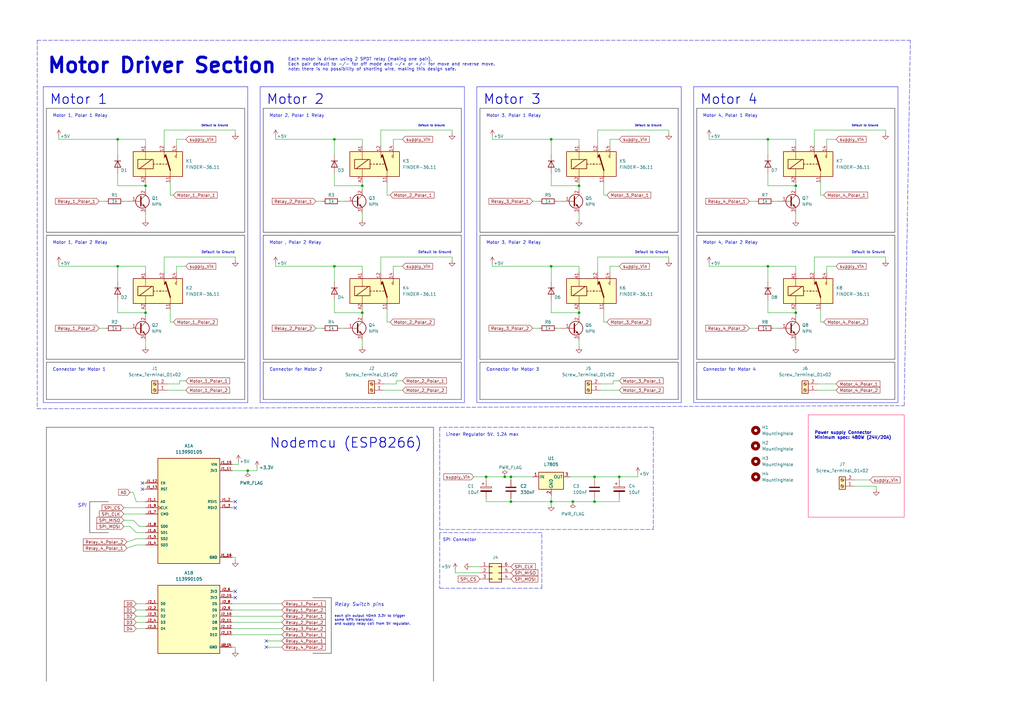
<source format=kicad_sch>
(kicad_sch (version 20211123) (generator eeschema)
  (paper "A3")
  (title_block (title "Linak Controller Board") (date "2023-07-08") (company "Farzam Khodajoo"))
  (junction (at 199.39 195.58))
  (junction (at 314.96 109.22))
  (junction (at 314.96 57.15))
  (junction (at 326.39 76.2))
  (junction (at 59.69 76.2))
  (junction (at 237.49 128.27))
  (junction (at 243.84 205.74))
  (junction (at 207.01 195.58))
  (junction (at 148.59 76.2))
  (junction (at 243.84 195.58))
  (junction (at 234.95 205.74))
  (junction (at 226.06 109.22))
  (junction (at 48.26 57.15))
  (junction (at 101.6 193.04))
  (junction (at 226.06 205.74))
  (junction (at 326.39 128.27))
  (junction (at 237.49 76.2))
  (junction (at 137.16 57.15))
  (junction (at 226.06 57.15))
  (junction (at 209.55 195.58))
  (junction (at 48.26 109.22))
  (junction (at 148.59 128.27))
  (junction (at 254 195.58))
  (junction (at 137.16 109.22))
  (junction (at 209.55 205.74))
  (junction (at 59.69 128.27))
  (no_connect (at 96.52 242.57))
  (no_connect (at 96.52 245.11))
  (no_connect (at 58.42 198.12))
  (no_connect (at 58.42 200.66))
  (no_connect (at 96.52 208.28))
  (no_connect (at 96.52 205.74))
  (no_connect (at 109.22 262.89))
  (no_connect (at 109.22 265.43))
  (wire (pts (xy 237.49 57.15) (xy 237.49 59.69)))
  (wire (pts (xy 55.88 252.73) (xy 59.69 252.73)))
  (polyline (pts (xy 367.03 96.52) (xy 367.03 147.32)) (stroke (width 0) (type solid) (color 0 0 0 0.5)))
  (wire (pts (xy 290.83 107.95) (xy 290.83 109.22)))
  (wire (pts (xy 139.7 82.55) (xy 140.97 82.55)))
  (wire (pts (xy 201.93 55.88) (xy 201.93 57.15)))
  (wire (pts (xy 105.41 193.04) (xy 101.6 193.04)))
  (polyline (pts (xy 15.24 16.51) (xy 373.38 16.51)))
  (polyline (pts (xy 180.34 241.3) (xy 222.25 241.3)))
  (wire (pts (xy 156.21 53.34) (xy 156.21 59.69)))
  (polyline (pts (xy 189.23 96.52) (xy 189.23 147.32)) (stroke (width 0) (type solid) (color 0 0 0 0.5)))
  (wire (pts (xy 339.09 111.76) (xy 339.09 109.22)))
  (wire (pts (xy 161.29 59.69) (xy 161.29 57.15)))
  (wire (pts (xy 350.52 199.39) (xy 359.41 199.39)))
  (polyline (pts (xy 44.45 205.74) (xy 36.83 205.74)) (stroke (width 0) (type solid) (color 0 0 0 1)))
  (wire (pts (xy 274.32 53.34) (xy 245.11 53.34)))
  (wire (pts (xy 115.57 247.65) (xy 95.25 247.65)))
  (polyline (pts (xy 106.68 35.56) (xy 190.5 35.56)) (stroke (width 0) (type solid)))
  (wire (pts (xy 251.46 156.21) (xy 254 156.21)))
  (wire (pts (xy 158.75 80.01) (xy 158.75 74.93)))
  (wire (pts (xy 69.85 80.01) (xy 69.85 74.93)))
  (polyline (pts (xy 278.13 148.59) (xy 196.85 148.59)) (stroke (width 0) (type solid) (color 0 0 0 0.5)))
  (wire (pts (xy 48.26 115.57) (xy 48.26 109.22)))
  (wire (pts (xy 59.69 76.2) (xy 59.69 77.47)))
  (polyline (pts (xy 135.89 245.11) (xy 128.27 245.11)) (stroke (width 0) (type solid) (color 0 0 0 1)))
  (wire (pts (xy 40.64 82.55) (xy 43.18 82.55)))
  (wire (pts (xy 113.03 55.88) (xy 113.03 57.15)))
  (wire (pts (xy 109.22 265.43) (xy 115.57 265.43)))
  (wire (pts (xy 335.28 160.02) (xy 342.9 160.02)))
  (wire (pts (xy 334.01 53.34) (xy 334.01 59.69)))
  (wire (pts (xy 50.8 208.28) (xy 59.69 208.28)))
  (wire (pts (xy 339.09 59.69) (xy 339.09 57.15)))
  (wire (pts (xy 290.83 55.88) (xy 290.83 57.15)))
  (wire (pts (xy 314.96 57.15) (xy 326.39 57.15)))
  (wire (pts (xy 317.5 82.55) (xy 318.77 82.55)))
  (wire (pts (xy 237.49 74.93) (xy 237.49 76.2)))
  (polyline (pts (xy 107.95 148.59) (xy 107.95 163.83)) (stroke (width 0) (type solid) (color 0 0 0 0.5)))
  (wire (pts (xy 251.46 157.48) (xy 251.46 156.21)))
  (polyline (pts (xy 189.23 163.83) (xy 107.95 163.83)) (stroke (width 0) (type solid) (color 0 0 0 0.5)))
  (wire (pts (xy 113.03 109.22) (xy 137.16 109.22)))
  (wire (pts (xy 226.06 205.74) (xy 234.95 205.74)))
  (wire (pts (xy 237.49 128.27) (xy 237.49 129.54)))
  (wire (pts (xy 250.19 109.22) (xy 254 109.22)))
  (wire (pts (xy 96.52 265.43) (xy 95.25 265.43)))
  (wire (pts (xy 148.59 142.24) (xy 148.59 139.7)))
  (wire (pts (xy 58.42 198.12) (xy 59.69 198.12)))
  (polyline (pts (xy 36.83 205.74) (xy 36.83 218.44)) (stroke (width 0) (type solid) (color 0 0 0 1)))
  (wire (pts (xy 363.22 53.34) (xy 334.01 53.34)))
  (polyline (pts (xy 100.33 148.59) (xy 19.05 148.59)) (stroke (width 0) (type solid) (color 0 0 0 0.5)))
  (wire (pts (xy 339.09 57.15) (xy 342.9 57.15)))
  (wire (pts (xy 326.39 128.27) (xy 326.39 129.54)))
  (polyline (pts (xy 128.27 267.97) (xy 135.89 267.97)) (stroke (width 0) (type solid) (color 0 0 0 1)))
  (wire (pts (xy 137.16 123.19) (xy 137.16 128.27)))
  (wire (pts (xy 254 205.74) (xy 254 204.47)))
  (polyline (pts (xy 285.75 44.45) (xy 285.75 95.25)) (stroke (width 0) (type solid) (color 0 0 0 0.5)))
  (wire (pts (xy 226.06 76.2) (xy 237.49 76.2)))
  (wire (pts (xy 59.69 128.27) (xy 59.69 129.54)))
  (wire (pts (xy 48.26 76.2) (xy 59.69 76.2)))
  (polyline (pts (xy 19.05 44.45) (xy 100.33 44.45)) (stroke (width 0) (type solid) (color 0 0 0 0.5019607843)))
  (wire (pts (xy 158.75 132.08) (xy 158.75 127)))
  (wire (pts (xy 59.69 127) (xy 59.69 128.27)))
  (wire (pts (xy 226.06 128.27) (xy 237.49 128.27)))
  (polyline (pts (xy 285.75 44.45) (xy 367.03 44.45)) (stroke (width 0) (type solid) (color 0 0 0 0.5019607843)))
  (polyline (pts (xy 189.23 148.59) (xy 107.95 148.59)) (stroke (width 0) (type solid) (color 0 0 0 0.5)))
  (wire (pts (xy 137.16 109.22) (xy 148.59 109.22)))
  (polyline (pts (xy 370.84 166.37) (xy 373.38 16.51)))
  (polyline (pts (xy 278.13 147.32) (xy 196.85 147.32)) (stroke (width 0) (type solid) (color 0 0 0 0.5)))
  (wire (pts (xy 237.49 90.17) (xy 237.49 87.63)))
  (wire (pts (xy 24.13 57.15) (xy 48.26 57.15)))
  (wire (pts (xy 209.55 196.85) (xy 209.55 195.58)))
  (wire (pts (xy 48.26 128.27) (xy 59.69 128.27)))
  (wire (pts (xy 50.8 134.62) (xy 52.07 134.62)))
  (wire (pts (xy 243.84 205.74) (xy 254 205.74)))
  (wire (pts (xy 97.79 190.5) (xy 95.25 190.5)))
  (wire (pts (xy 307.34 134.62) (xy 309.88 134.62)))
  (polyline (pts (xy 367.03 44.45) (xy 367.03 95.25)) (stroke (width 0) (type solid) (color 0 0 0 0.5)))
  (wire (pts (xy 161.29 109.22) (xy 165.1 109.22)))
  (polyline (pts (xy 17.78 165.1) (xy 17.78 35.56)) (stroke (width 0) (type solid)))
  (polyline (pts (xy 19.05 44.45) (xy 19.05 95.25)) (stroke (width 0) (type solid) (color 0 0 0 0.5)))
  (wire (pts (xy 250.19 57.15) (xy 254 57.15)))
  (wire (pts (xy 105.41 191.77) (xy 105.41 193.04)))
  (wire (pts (xy 24.13 107.95) (xy 24.13 109.22)))
  (wire (pts (xy 201.93 109.22) (xy 226.06 109.22)))
  (wire (pts (xy 50.8 210.82) (xy 59.69 210.82)))
  (wire (pts (xy 246.38 160.02) (xy 254 160.02)))
  (wire (pts (xy 69.85 132.08) (xy 69.85 127)))
  (polyline (pts (xy 19.05 96.52) (xy 100.33 96.52)) (stroke (width 0) (type solid) (color 0 0 0 0.5019607843)))
  (wire (pts (xy 185.42 106.68) (xy 185.42 105.41)))
  (wire (pts (xy 209.55 204.47) (xy 209.55 205.74)))
  (polyline (pts (xy 222.25 218.44) (xy 180.34 218.44)))
  (wire (pts (xy 53.34 201.93) (xy 54.61 201.93)))
  (wire (pts (xy 96.52 105.41) (xy 67.31 105.41)))
  (wire (pts (xy 96.52 205.74) (xy 95.25 205.74)))
  (wire (pts (xy 247.65 132.08) (xy 247.65 127)))
  (wire (pts (xy 129.54 134.62) (xy 132.08 134.62)))
  (wire (pts (xy 40.64 134.62) (xy 43.18 134.62)))
  (polyline (pts (xy 278.13 163.83) (xy 196.85 163.83)) (stroke (width 0) (type solid) (color 0 0 0 0.5)))
  (wire (pts (xy 68.58 157.48) (xy 73.66 157.48)))
  (wire (pts (xy 186.69 233.68) (xy 186.69 234.95)))
  (polyline (pts (xy 100.33 163.83) (xy 19.05 163.83)) (stroke (width 0) (type solid) (color 0 0 0 0.5)))
  (polyline (pts (xy 189.23 44.45) (xy 189.23 95.25)) (stroke (width 0) (type solid) (color 0 0 0 0.5)))
  (wire (pts (xy 185.42 53.34) (xy 156.21 53.34)))
  (wire (pts (xy 226.06 205.74) (xy 226.06 203.2)))
  (wire (pts (xy 48.26 71.12) (xy 48.26 76.2)))
  (polyline (pts (xy 222.25 241.3) (xy 222.25 218.44)))
  (polyline (pts (xy 367.03 148.59) (xy 367.03 163.83)) (stroke (width 0) (type solid) (color 0 0 0 0.5)))
  (wire (pts (xy 58.42 200.66) (xy 59.69 200.66)))
  (wire (pts (xy 148.59 74.93) (xy 148.59 76.2)))
  (wire (pts (xy 226.06 115.57) (xy 226.06 109.22)))
  (wire (pts (xy 129.54 82.55) (xy 132.08 82.55)))
  (wire (pts (xy 336.55 132.08) (xy 336.55 127)))
  (wire (pts (xy 55.88 205.74) (xy 59.69 205.74)))
  (polyline (pts (xy 285.75 96.52) (xy 285.75 147.32)) (stroke (width 0) (type solid) (color 0 0 0 0.5)))
  (wire (pts (xy 55.88 250.19) (xy 59.69 250.19)))
  (wire (pts (xy 226.06 109.22) (xy 237.49 109.22)))
  (polyline (pts (xy 177.8 279.4) (xy 177.8 175.26)) (stroke (width 0) (type solid) (color 0 0 0 0.5)))
  (wire (pts (xy 186.69 234.95) (xy 196.85 234.95)))
  (wire (pts (xy 148.59 57.15) (xy 148.59 59.69)))
  (wire (pts (xy 218.44 134.62) (xy 220.98 134.62)))
  (wire (pts (xy 96.52 54.61) (xy 96.52 53.34)))
  (wire (pts (xy 148.59 127) (xy 148.59 128.27)))
  (wire (pts (xy 68.58 160.02) (xy 76.2 160.02)))
  (wire (pts (xy 55.88 218.44) (xy 59.69 218.44)))
  (wire (pts (xy 243.84 204.47) (xy 243.84 205.74)))
  (wire (pts (xy 243.84 195.58) (xy 254 195.58)))
  (wire (pts (xy 247.65 80.01) (xy 247.65 74.93)))
  (polyline (pts (xy 279.4 35.56) (xy 279.4 165.1)) (stroke (width 0) (type solid)))
  (polyline (pts (xy 100.33 148.59) (xy 100.33 163.83)) (stroke (width 0) (type solid) (color 0 0 0 0.5)))
  (wire (pts (xy 314.96 71.12) (xy 314.96 76.2)))
  (wire (pts (xy 96.52 242.57) (xy 95.25 242.57)))
  (wire (pts (xy 59.69 57.15) (xy 59.69 59.69)))
  (wire (pts (xy 335.28 157.48) (xy 342.9 157.48)))
  (polyline (pts (xy 195.58 165.1) (xy 195.58 35.56)) (stroke (width 0) (type solid)))
  (wire (pts (xy 109.22 262.89) (xy 115.57 262.89)))
  (polyline (pts (xy 331.47 212.09) (xy 370.84 212.09)) (stroke (width 0) (type solid) (color 255 0 65 1)))
  (wire (pts (xy 194.31 195.58) (xy 199.39 195.58)))
  (polyline (pts (xy 370.84 170.18) (xy 331.47 170.18)) (stroke (width 0) (type solid) (color 255 0 65 1)))
  (wire (pts (xy 137.16 71.12) (xy 137.16 76.2)))
  (polyline (pts (xy 189.23 95.25) (xy 107.95 95.25)) (stroke (width 0) (type solid) (color 0 0 0 0.5)))
  (wire (pts (xy 96.52 228.6) (xy 95.25 228.6)))
  (wire (pts (xy 50.8 215.9) (xy 53.34 215.9)))
  (wire (pts (xy 96.52 208.28) (xy 95.25 208.28)))
  (polyline (pts (xy 278.13 148.59) (xy 278.13 163.83)) (stroke (width 0) (type solid) (color 0 0 0 0.5)))
  (wire (pts (xy 326.39 142.24) (xy 326.39 139.7)))
  (polyline (pts (xy 278.13 96.52) (xy 278.13 147.32)) (stroke (width 0) (type solid) (color 0 0 0 0.5)))
  (wire (pts (xy 72.39 111.76) (xy 72.39 109.22)))
  (wire (pts (xy 290.83 57.15) (xy 314.96 57.15)))
  (polyline (pts (xy 367.03 147.32) (xy 285.75 147.32)) (stroke (width 0) (type solid) (color 0 0 0 0.5)))
  (wire (pts (xy 226.06 207.01) (xy 226.06 205.74)))
  (polyline (pts (xy 15.24 167.64) (xy 370.84 166.37)))
  (wire (pts (xy 209.55 195.58) (xy 218.44 195.58)))
  (polyline (pts (xy 107.95 44.45) (xy 189.23 44.45)) (stroke (width 0) (type solid) (color 0 0 0 0.5019607843)))
  (wire (pts (xy 326.39 90.17) (xy 326.39 87.63)))
  (wire (pts (xy 115.57 260.35) (xy 95.25 260.35)))
  (wire (pts (xy 337.82 80.01) (xy 336.55 80.01)))
  (wire (pts (xy 199.39 195.58) (xy 207.01 195.58)))
  (polyline (pts (xy 278.13 44.45) (xy 278.13 95.25)) (stroke (width 0) (type solid) (color 0 0 0 0.5)))
  (wire (pts (xy 185.42 105.41) (xy 156.21 105.41)))
  (wire (pts (xy 226.06 205.74) (xy 209.55 205.74)))
  (wire (pts (xy 226.06 63.5) (xy 226.06 57.15)))
  (polyline (pts (xy 331.47 212.09) (xy 331.47 170.18)) (stroke (width 0) (type solid) (color 255 0 65 1)))
  (wire (pts (xy 237.49 127) (xy 237.49 128.27)))
  (wire (pts (xy 228.6 82.55) (xy 229.87 82.55)))
  (wire (pts (xy 59.69 142.24) (xy 59.69 139.7)))
  (wire (pts (xy 55.88 257.81) (xy 59.69 257.81)))
  (wire (pts (xy 67.31 53.34) (xy 67.31 59.69)))
  (wire (pts (xy 54.61 201.93) (xy 55.88 205.74)))
  (wire (pts (xy 160.02 80.01) (xy 158.75 80.01)))
  (wire (pts (xy 53.34 215.9) (xy 55.88 218.44)))
  (polyline (pts (xy 285.75 148.59) (xy 285.75 163.83)) (stroke (width 0) (type solid) (color 0 0 0 0.5)))
  (polyline (pts (xy 106.68 165.1) (xy 190.5 165.1)) (stroke (width 0) (type solid)))
  (wire (pts (xy 148.59 76.2) (xy 148.59 77.47)))
  (polyline (pts (xy 267.97 217.17) (xy 267.97 175.26)))
  (polyline (pts (xy 100.33 147.32) (xy 19.05 147.32)) (stroke (width 0) (type solid) (color 0 0 0 0.5)))
  (wire (pts (xy 101.6 193.04) (xy 95.25 193.04)))
  (wire (pts (xy 201.93 107.95) (xy 201.93 109.22)))
  (wire (pts (xy 245.11 53.34) (xy 245.11 59.69)))
  (wire (pts (xy 326.39 74.93) (xy 326.39 76.2)))
  (polyline (pts (xy 180.34 217.17) (xy 267.97 217.17)))
  (wire (pts (xy 363.22 105.41) (xy 334.01 105.41)))
  (wire (pts (xy 314.96 128.27) (xy 326.39 128.27)))
  (wire (pts (xy 326.39 127) (xy 326.39 128.27)))
  (wire (pts (xy 234.95 205.74) (xy 243.84 205.74)))
  (wire (pts (xy 115.57 250.19) (xy 95.25 250.19)))
  (wire (pts (xy 137.16 57.15) (xy 148.59 57.15)))
  (wire (pts (xy 250.19 59.69) (xy 250.19 57.15)))
  (wire (pts (xy 96.52 245.11) (xy 95.25 245.11)))
  (wire (pts (xy 317.5 134.62) (xy 318.77 134.62)))
  (polyline (pts (xy 195.58 165.1) (xy 279.4 165.1)) (stroke (width 0) (type solid)))
  (polyline (pts (xy 135.89 245.11) (xy 135.89 267.97)) (stroke (width 0) (type solid) (color 0 0 0 1)))
  (wire (pts (xy 160.02 132.08) (xy 158.75 132.08)))
  (polyline (pts (xy 367.03 148.59) (xy 285.75 148.59)) (stroke (width 0) (type solid) (color 0 0 0 0.5)))
  (wire (pts (xy 334.01 105.41) (xy 334.01 111.76)))
  (wire (pts (xy 72.39 59.69) (xy 72.39 57.15)))
  (wire (pts (xy 148.59 90.17) (xy 148.59 87.63)))
  (wire (pts (xy 254 196.85) (xy 254 195.58)))
  (polyline (pts (xy 107.95 44.45) (xy 107.95 95.25)) (stroke (width 0) (type solid) (color 0 0 0 0.5)))
  (wire (pts (xy 199.39 205.74) (xy 199.39 204.47)))
  (polyline (pts (xy 15.24 16.51) (xy 15.24 167.64)))
  (wire (pts (xy 290.83 109.22) (xy 314.96 109.22)))
  (polyline (pts (xy 180.34 175.26) (xy 180.34 217.17)))
  (polyline (pts (xy 368.3 35.56) (xy 368.3 165.1)) (stroke (width 0) (type solid)))
  (wire (pts (xy 157.48 157.48) (xy 162.56 157.48)))
  (wire (pts (xy 72.39 57.15) (xy 76.2 57.15)))
  (polyline (pts (xy 180.34 218.44) (xy 180.34 219.71)))
  (wire (pts (xy 139.7 134.62) (xy 140.97 134.62)))
  (wire (pts (xy 243.84 195.58) (xy 243.84 196.85)))
  (wire (pts (xy 59.69 247.65) (xy 55.88 247.65)))
  (wire (pts (xy 218.44 82.55) (xy 220.98 82.55)))
  (polyline (pts (xy 370.84 212.09) (xy 370.84 170.18)) (stroke (width 0) (type solid) (color 255 0 65 1)))
  (polyline (pts (xy 189.23 148.59) (xy 189.23 163.83)) (stroke (width 0) (type solid) (color 0 0 0 0.5)))
  (wire (pts (xy 113.03 57.15) (xy 137.16 57.15)))
  (polyline (pts (xy 285.75 96.52) (xy 367.03 96.52)) (stroke (width 0) (type solid) (color 0 0 0 0.5019607843)))
  (wire (pts (xy 137.16 128.27) (xy 148.59 128.27)))
  (wire (pts (xy 57.15 215.9) (xy 59.69 215.9)))
  (wire (pts (xy 359.41 200.66) (xy 359.41 199.39)))
  (wire (pts (xy 48.26 123.19) (xy 48.26 128.27)))
  (wire (pts (xy 209.55 205.74) (xy 199.39 205.74)))
  (wire (pts (xy 148.59 128.27) (xy 148.59 129.54)))
  (wire (pts (xy 97.79 189.23) (xy 97.79 190.5)))
  (wire (pts (xy 356.87 196.85) (xy 350.52 196.85)))
  (polyline (pts (xy 196.85 96.52) (xy 196.85 147.32)) (stroke (width 0) (type solid) (color 0 0 0 0.5)))
  (wire (pts (xy 96.52 53.34) (xy 67.31 53.34)))
  (wire (pts (xy 226.06 57.15) (xy 237.49 57.15)))
  (wire (pts (xy 52.07 222.25) (xy 55.88 220.98)))
  (polyline (pts (xy 278.13 95.25) (xy 196.85 95.25)) (stroke (width 0) (type solid) (color 0 0 0 0.5)))
  (wire (pts (xy 59.69 109.22) (xy 59.69 111.76)))
  (wire (pts (xy 156.21 105.41) (xy 156.21 111.76)))
  (wire (pts (xy 193.04 232.41) (xy 196.85 232.41)))
  (polyline (pts (xy 196.85 44.45) (xy 196.85 95.25)) (stroke (width 0) (type solid) (color 0 0 0 0.5)))
  (polyline (pts (xy 284.48 165.1) (xy 284.48 35.56)) (stroke (width 0) (type solid)))
  (wire (pts (xy 226.06 123.19) (xy 226.06 128.27)))
  (wire (pts (xy 274.32 105.41) (xy 245.11 105.41)))
  (polyline (pts (xy 367.03 163.83) (xy 285.75 163.83)) (stroke (width 0) (type solid) (color 0 0 0 0.5)))
  (polyline (pts (xy 19.05 148.59) (xy 19.05 163.83)) (stroke (width 0) (type solid) (color 0 0 0 0.5)))
  (polyline (pts (xy 17.78 165.1) (xy 101.6 165.1)) (stroke (width 0) (type solid)))
  (wire (pts (xy 55.88 223.52) (xy 59.69 223.52)))
  (wire (pts (xy 326.39 76.2) (xy 326.39 77.47)))
  (wire (pts (xy 248.92 132.08) (xy 247.65 132.08)))
  (wire (pts (xy 339.09 109.22) (xy 342.9 109.22)))
  (polyline (pts (xy 196.85 148.59) (xy 196.85 163.83)) (stroke (width 0) (type solid) (color 0 0 0 0.5)))
  (wire (pts (xy 50.8 213.36) (xy 54.61 213.36)))
  (wire (pts (xy 228.6 134.62) (xy 229.87 134.62)))
  (wire (pts (xy 115.57 255.27) (xy 95.25 255.27)))
  (wire (pts (xy 162.56 156.21) (xy 165.1 156.21)))
  (polyline (pts (xy 107.95 96.52) (xy 189.23 96.52)) (stroke (width 0) (type solid) (color 0 0 0 0.5019607843)))
  (polyline (pts (xy 101.6 35.56) (xy 101.6 165.1)) (stroke (width 0) (type solid)))
  (wire (pts (xy 248.92 80.01) (xy 247.65 80.01)))
  (polyline (pts (xy 195.58 35.56) (xy 279.4 35.56)) (stroke (width 0) (type solid)))
  (polyline (pts (xy 190.5 35.56) (xy 190.5 165.1)) (stroke (width 0) (type solid)))
  (wire (pts (xy 71.12 80.01) (xy 69.85 80.01)))
  (polyline (pts (xy 196.85 96.52) (xy 278.13 96.52)) (stroke (width 0) (type solid) (color 0 0 0 0.5019607843)))
  (wire (pts (xy 137.16 63.5) (xy 137.16 57.15)))
  (polyline (pts (xy 100.33 95.25) (xy 19.05 95.25)) (stroke (width 0) (type solid) (color 0 0 0 0.5)))
  (wire (pts (xy 336.55 80.01) (xy 336.55 74.93)))
  (wire (pts (xy 274.32 54.61) (xy 274.32 53.34)))
  (wire (pts (xy 314.96 76.2) (xy 326.39 76.2)))
  (wire (pts (xy 96.52 106.68) (xy 96.52 105.41)))
  (wire (pts (xy 67.31 105.41) (xy 67.31 111.76)))
  (wire (pts (xy 314.96 109.22) (xy 326.39 109.22)))
  (wire (pts (xy 48.26 57.15) (xy 59.69 57.15)))
  (wire (pts (xy 72.39 109.22) (xy 76.2 109.22)))
  (wire (pts (xy 237.49 142.24) (xy 237.49 139.7)))
  (polyline (pts (xy 44.45 218.44) (xy 36.83 218.44)) (stroke (width 0) (type solid) (color 0 0 0 1)))
  (polyline (pts (xy 100.33 96.52) (xy 100.33 147.32)) (stroke (width 0) (type solid) (color 0 0 0 0.5)))
  (wire (pts (xy 54.61 213.36) (xy 57.15 215.9)))
  (wire (pts (xy 245.11 105.41) (xy 245.11 111.76)))
  (wire (pts (xy 326.39 109.22) (xy 326.39 111.76)))
  (polyline (pts (xy 180.34 219.71) (xy 180.34 241.3)))
  (wire (pts (xy 161.29 57.15) (xy 165.1 57.15)))
  (wire (pts (xy 55.88 220.98) (xy 59.69 220.98)))
  (wire (pts (xy 326.39 57.15) (xy 326.39 59.69)))
  (wire (pts (xy 363.22 106.68) (xy 363.22 105.41)))
  (wire (pts (xy 314.96 63.5) (xy 314.96 57.15)))
  (wire (pts (xy 115.57 257.81) (xy 95.25 257.81)))
  (wire (pts (xy 148.59 109.22) (xy 148.59 111.76)))
  (wire (pts (xy 59.69 90.17) (xy 59.69 87.63)))
  (polyline (pts (xy 267.97 175.26) (xy 180.34 175.26)))
  (wire (pts (xy 237.49 109.22) (xy 237.49 111.76)))
  (wire (pts (xy 59.69 74.93) (xy 59.69 76.2)))
  (wire (pts (xy 73.66 156.21) (xy 76.2 156.21)))
  (wire (pts (xy 55.88 255.27) (xy 59.69 255.27)))
  (wire (pts (xy 24.13 55.88) (xy 24.13 57.15)))
  (wire (pts (xy 71.12 132.08) (xy 69.85 132.08)))
  (polyline (pts (xy 19.05 96.52) (xy 19.05 147.32)) (stroke (width 0) (type solid) (color 0 0 0 0.5)))
  (wire (pts (xy 250.19 111.76) (xy 250.19 109.22)))
  (wire (pts (xy 73.66 157.48) (xy 73.66 156.21)))
  (wire (pts (xy 157.48 160.02) (xy 165.1 160.02)))
  (polyline (pts (xy 367.03 95.25) (xy 285.75 95.25)) (stroke (width 0) (type solid) (color 0 0 0 0.5)))
  (polyline (pts (xy 177.8 175.26) (xy 19.05 175.26)) (stroke (width 0) (type solid) (color 0 0 0 0.5)))
  (wire (pts (xy 96.52 266.7) (xy 96.52 265.43)))
  (wire (pts (xy 113.03 107.95) (xy 113.03 109.22)))
  (wire (pts (xy 314.96 115.57) (xy 314.96 109.22)))
  (wire (pts (xy 96.52 229.87) (xy 96.52 228.6)))
  (polyline (pts (xy 107.95 96.52) (xy 107.95 147.32)) (stroke (width 0) (type solid) (color 0 0 0 0.5)))
  (wire (pts (xy 307.34 82.55) (xy 309.88 82.55)))
  (wire (pts (xy 226.06 71.12) (xy 226.06 76.2)))
  (wire (pts (xy 207.01 195.58) (xy 209.55 195.58)))
  (polyline (pts (xy 106.68 165.1) (xy 106.68 35.56)) (stroke (width 0) (type solid)))
  (wire (pts (xy 52.07 224.79) (xy 55.88 223.52)))
  (polyline (pts (xy 196.85 44.45) (xy 278.13 44.45)) (stroke (width 0) (type solid) (color 0 0 0 0.5019607843)))
  (polyline (pts (xy 17.78 35.56) (xy 101.6 35.56)) (stroke (width 0) (type solid)))
  (wire (pts (xy 201.93 57.15) (xy 226.06 57.15)))
  (wire (pts (xy 233.68 195.58) (xy 243.84 195.58)))
  (wire (pts (xy 137.16 115.57) (xy 137.16 109.22)))
  (polyline (pts (xy 284.48 165.1) (xy 368.3 165.1)) (stroke (width 0) (type solid)))
  (polyline (pts (xy 19.05 175.26) (xy 19.05 279.4)) (stroke (width 0) (type solid) (color 0 0 0 0.5)))
  (wire (pts (xy 237.49 76.2) (xy 237.49 77.47)))
  (wire (pts (xy 261.62 194.31) (xy 261.62 195.58)))
  (wire (pts (xy 337.82 132.08) (xy 336.55 132.08)))
  (wire (pts (xy 161.29 111.76) (xy 161.29 109.22)))
  (wire (pts (xy 246.38 157.48) (xy 251.46 157.48)))
  (wire (pts (xy 363.22 54.61) (xy 363.22 53.34)))
  (wire (pts (xy 48.26 63.5) (xy 48.26 57.15)))
  (polyline (pts (xy 189.23 147.32) (xy 107.95 147.32)) (stroke (width 0) (type solid) (color 0 0 0 0.5)))
  (wire (pts (xy 314.96 123.19) (xy 314.96 128.27)))
  (wire (pts (xy 137.16 76.2) (xy 148.59 76.2)))
  (wire (pts (xy 50.8 82.55) (xy 52.07 82.55)))
  (wire (pts (xy 48.26 109.22) (xy 59.69 109.22)))
  (wire (pts (xy 274.32 106.68) (xy 274.32 105.41)))
  (wire (pts (xy 185.42 54.61) (xy 185.42 53.34)))
  (polyline (pts (xy 100.33 44.45) (xy 100.33 95.25)) (stroke (width 0) (type solid) (color 0 0 0 0.5)))
  (polyline (pts (xy 284.48 35.56) (xy 368.3 35.56)) (stroke (width 0) (type solid)))
  (wire (pts (xy 254 195.58) (xy 261.62 195.58)))
  (wire (pts (xy 199.39 195.58) (xy 199.39 196.85)))
  (wire (pts (xy 162.56 157.48) (xy 162.56 156.21)))
  (wire (pts (xy 24.13 109.22) (xy 48.26 109.22)))
  (wire (pts (xy 115.57 252.73) (xy 95.25 252.73)))
  (text "Motor 3, Polar 1 Relay\n" (at 199.39 48.26 0) (effects (font (size 1.27 1.27)) (justify left bottom)))
  (text "Motor 3\n" (at 198.12 43.18 0) (effects (font (size 4 4) (thickness 0.34) bold) (justify left bottom)))
  (text "Connector for Motor 1\n" (at 21.59 152.4 0) (effects (font (size 1.27 1.27)) (justify left bottom)))
  (text "Motor 1\n" (at 20.32 43.18 0) (effects (font (size 4 4) (thickness 0.34) bold) (justify left bottom)))
  (text "Motor 1, Polar 1 Relay\n" (at 21.59 48.26 0) (effects (font (size 1.27 1.27)) (justify left bottom)))
  (text "Each motor is driven using 2 SPDT relay (making one pair),\nEach pair default to -/- for off mode and -/+ or +/- for move and reverse move.\nnote: there is no possibility of shorting wire, making this design safe." (at 118.11 29.21 0) (effects (font (size 1.27 1.27)) (justify left bottom)))
  (text "Relay Switch pins" (at 137.16 248.92 0) (effects (font (size 1.5 1.5) italic) (justify left bottom)))
  (text "SPI Connector\n" (at 181.61 222.25 0) (effects (font (size 1.27 1.27)) (justify left bottom)))
  (text "Motor , Polar 2 Relay\n" (at 110.49 100.33 0) (effects (font (size 1.27 1.27)) (justify left bottom)))
  (text "Motor Driver Section" (at 19.05 30.48 0) (effects (font (size 6 6) (thickness 1.2) bold) (justify left bottom)))
  (text "Default to Ground\n" (at 171.45 52.07 0) (effects (font (size 0.8 0.8)) (justify left bottom)))
  (text "Motor 2, Polar 1 Relay\n" (at 110.49 48.26 0) (effects (font (size 1.27 1.27)) (justify left bottom)))
  (text "Connector for Motor 4\n" (at 288.29 152.4 0) (effects (font (size 1.27 1.27)) (justify left bottom)))
  (text "Motor 4\n" (at 287.02 43.18 0) (effects (font (size 4 4) (thickness 0.34) bold) (justify left bottom)))
  (text "Nodemcu (ESP8266)" (at 110.49 184.15 0) (effects (font (size 4 4) (thickness 0.34) bold) (justify left bottom)))
  (text "Default to Ground\n" (at 82.55 52.07 0) (effects (font (size 0.8 0.8)) (justify left bottom)))
  (text "Connector for Motor 2\n" (at 110.49 152.4 0) (effects (font (size 1.27 1.27)) (justify left bottom)))
  (text "SPI\n" (at 31.75 208.28 0) (effects (font (size 1.5 1.5) italic) (justify left bottom)))
  (text "Default to Ground\n" (at 349.25 104.14 0) (effects (font (size 1 1)) (justify left bottom)))
  (text "Motor 1, Polar 2 Relay\n" (at 21.59 100.33 0) (effects (font (size 1.27 1.27)) (justify left bottom)))
  (text "Default to Ground\n" (at 349.25 52.07 0) (effects (font (size 0.8 0.8)) (justify left bottom)))
  (text "Default to Ground\n" (at 260.35 104.14 0) (effects (font (size 1 1)) (justify left bottom)))
  (text "Connector for Motor 3\n" (at 199.39 152.4 0) (effects (font (size 1.27 1.27)) (justify left bottom)))
  (text "Motor 4, Polar 1 Relay\n" (at 288.29 48.26 0) (effects (font (size 1.27 1.27)) (justify left bottom)))
  (text "Motor 3, Polar 2 Relay\n" (at 199.39 100.33 0) (effects (font (size 1.27 1.27)) (justify left bottom)))
  (text "Default to Ground\n" (at 82.55 104.14 0) (effects (font (size 1 1)) (justify left bottom)))
  (text "Power supply Connector\nMinimum spec: 480W (24V/20A)" (at 334.01 180.34 0) (effects (font (size 1.27 1.27) bold) (justify left bottom)))
  (text "Default to Ground\n" (at 171.45 104.14 0) (effects (font (size 1 1)) (justify left bottom)))
  (text "Linear Regulator 5V, 1.2A max\n" (at 182.88 179.07 0) (effects (font (size 1.27 1.27)) (justify left bottom)))
  (text "Motor 4, Polar 2 Relay\n" (at 288.29 100.33 0) (effects (font (size 1.27 1.27)) (justify left bottom)))
  (text "each pin output 40mA 3.3V to trigger\nsome NPN transistor,\nand supply relay coil from 5V regulator." (at 137.16 256.54 0) (effects (font (size 1 1)) (justify left bottom)))
  (text "Default to Ground\n" (at 260.35 52.07 0) (effects (font (size 0.8 0.8)) (justify left bottom)))
  (text "Motor 2\n" (at 109.22 43.18 0) (effects (font (size 4 4) (thickness 0.34) bold) (justify left bottom)))
  (global_label "Motor_2_Polar_1" (shape input) (at 165.1 156.21 0) (property "Intersheet References" "${INTERSHEET_REFS}" (effects hide)))
  (global_label "Relay_4_Polar_1" (shape input) (at 115.57 262.89 0) (property "Intersheet References" "${INTERSHEET_REFS}" (effects hide)))
  (global_label "Relay_3_Polar_1" (shape input) (at 115.57 260.35 0) (property "Intersheet References" "${INTERSHEET_REFS}" (effects hide)))
  (global_label "supply_Vin" (shape input) (at 165.1 57.15 0) (property "Intersheet References" "${INTERSHEET_REFS}" (effects hide)))
  (global_label "supply_Vin" (shape input) (at 254 57.15 0) (property "Intersheet References" "${INTERSHEET_REFS}" (effects hide)))
  (global_label "Motor_1_Polar_1" (shape input) (at 71.12 80.01 0) (property "Intersheet References" "${INTERSHEET_REFS}" (effects hide)))
  (global_label "Motor_2_Polar_2" (shape input) (at 160.02 132.08 0) (property "Intersheet References" "${INTERSHEET_REFS}" (effects hide)))
  (global_label "Motor_1_Polar_2" (shape input) (at 71.12 132.08 0) (property "Intersheet References" "${INTERSHEET_REFS}" (effects hide)))
  (global_label "supply_Vin" (shape input) (at 165.1 109.22 0) (property "Intersheet References" "${INTERSHEET_REFS}" (effects hide)))
  (global_label "Motor_2_Polar_1" (shape input) (at 160.02 80.01 0) (property "Intersheet References" "${INTERSHEET_REFS}" (effects hide)))
  (global_label "Motor_3_Polar_1" (shape input) (at 254 156.21 0) (property "Intersheet References" "${INTERSHEET_REFS}" (effects hide)))
  (global_label "Motor_3_Polar_2" (shape input) (at 248.92 132.08 0) (property "Intersheet References" "${INTERSHEET_REFS}" (effects hide)))
  (global_label "Relay_2_Polar_2" (shape input) (at 115.57 255.27 0) (property "Intersheet References" "${INTERSHEET_REFS}" (effects hide)))
  (global_label "D1" (shape input) (at 55.88 250.19 180) (property "Intersheet References" "${INTERSHEET_REFS}" (effects hide)))
  (global_label "Relay_4_Polar_1" (shape input) (at 307.34 82.55 180) (property "Intersheet References" "${INTERSHEET_REFS}" (effects hide)))
  (global_label "supply_Vin" (shape input) (at 356.87 196.85 0) (property "Intersheet References" "${INTERSHEET_REFS}" (effects hide)))
  (global_label "supply_Vin" (shape input) (at 342.9 109.22 0) (property "Intersheet References" "${INTERSHEET_REFS}" (effects hide)))
  (global_label "SPI_CLK" (shape input) (at 50.8 210.82 180) (property "Intersheet References" "${INTERSHEET_REFS}" (effects hide)))
  (global_label "Relay_2_Polar_1" (shape input) (at 115.57 252.73 0) (property "Intersheet References" "${INTERSHEET_REFS}" (effects hide)))
  (global_label "Relay_1_Polar_1" (shape input) (at 115.57 247.65 0) (property "Intersheet References" "${INTERSHEET_REFS}" (effects hide)))
  (global_label "Relay_1_Polar_1" (shape input) (at 40.64 82.55 180) (property "Intersheet References" "${INTERSHEET_REFS}" (effects hide)))
  (global_label "D3" (shape input) (at 55.88 255.27 180) (property "Intersheet References" "${INTERSHEET_REFS}" (effects hide)))
  (global_label "Motor_4_Polar_1" (shape input) (at 337.82 80.01 0) (property "Intersheet References" "${INTERSHEET_REFS}" (effects hide)))
  (global_label "supply_Vin" (shape input) (at 76.2 57.15 0) (property "Intersheet References" "${INTERSHEET_REFS}" (effects hide)))
  (global_label "Relay_3_Polar_2" (shape input) (at 218.44 134.62 180) (property "Intersheet References" "${INTERSHEET_REFS}" (effects hide)))
  (global_label "Relay_2_Polar_1" (shape input) (at 129.54 82.55 180) (property "Intersheet References" "${INTERSHEET_REFS}" (effects hide)))
  (global_label "Motor_4_Polar_2" (shape input) (at 337.82 132.08 0) (property "Intersheet References" "${INTERSHEET_REFS}" (effects hide)))
  (global_label "Relay_3_Polar_1" (shape input) (at 218.44 82.55 180) (property "Intersheet References" "${INTERSHEET_REFS}" (effects hide)))
  (global_label "Motor_3_Polar_1" (shape input) (at 248.92 80.01 0) (property "Intersheet References" "${INTERSHEET_REFS}" (effects hide)))
  (global_label "Motor_1_Polar_1" (shape input) (at 76.2 156.21 0) (property "Intersheet References" "${INTERSHEET_REFS}" (effects hide)))
  (global_label "Relay_4_Polar_1" (shape input) (at 52.07 224.79 180) (property "Intersheet References" "${INTERSHEET_REFS}" (effects hide)))
  (global_label "A0" (shape input) (at 53.34 201.93 180) (property "Intersheet References" "${INTERSHEET_REFS}" (effects hide)))
  (global_label "Motor_4_Polar_1" (shape input) (at 342.9 157.48 0) (property "Intersheet References" "${INTERSHEET_REFS}" (effects hide)))
  (global_label "SPI_MOSI" (shape input) (at 50.8 215.9 180) (property "Intersheet References" "${INTERSHEET_REFS}" (effects hide)))
  (global_label "Relay_2_Polar_2" (shape input) (at 129.54 134.62 180) (property "Intersheet References" "${INTERSHEET_REFS}" (effects hide)))
  (global_label "SPI_MISO" (shape input) (at 209.55 234.95 0) (property "Intersheet References" "${INTERSHEET_REFS}" (effects hide)))
  (global_label "SPI_MISO" (shape input) (at 50.8 213.36 180) (property "Intersheet References" "${INTERSHEET_REFS}" (effects hide)))
  (global_label "Relay_3_Polar_2" (shape input) (at 115.57 257.81 0) (property "Intersheet References" "${INTERSHEET_REFS}" (effects hide)))
  (global_label "Motor_2_Polar_2" (shape input) (at 165.1 160.02 0) (property "Intersheet References" "${INTERSHEET_REFS}" (effects hide)))
  (global_label "SPI_MOSI" (shape input) (at 209.55 237.49 0) (property "Intersheet References" "${INTERSHEET_REFS}" (effects hide)))
  (global_label "supply_Vin" (shape input) (at 76.2 109.22 0) (property "Intersheet References" "${INTERSHEET_REFS}" (effects hide)))
  (global_label "SPI_CS" (shape input) (at 50.8 208.28 180) (property "Intersheet References" "${INTERSHEET_REFS}" (effects hide)))
  (global_label "Relay_1_Polar_2" (shape input) (at 40.64 134.62 180) (property "Intersheet References" "${INTERSHEET_REFS}" (effects hide)))
  (global_label "D4" (shape input) (at 55.88 257.81 180) (property "Intersheet References" "${INTERSHEET_REFS}" (effects hide)))
  (global_label "supply_Vin" (shape input) (at 342.9 57.15 0) (property "Intersheet References" "${INTERSHEET_REFS}" (effects hide)))
  (global_label "Motor_3_Polar_2" (shape input) (at 254 160.02 0) (property "Intersheet References" "${INTERSHEET_REFS}" (effects hide)))
  (global_label "Motor_1_Polar_2" (shape input) (at 76.2 160.02 0) (property "Intersheet References" "${INTERSHEET_REFS}" (effects hide)))
  (global_label "D0" (shape input) (at 55.88 247.65 180) (property "Intersheet References" "${INTERSHEET_REFS}" (effects hide)))
  (global_label "supply_Vin" (shape input) (at 194.31 195.58 180) (property "Intersheet References" "${INTERSHEET_REFS}" (effects hide)))
  (global_label "Relay_4_Polar_2" (shape input) (at 307.34 134.62 180) (property "Intersheet References" "${INTERSHEET_REFS}" (effects hide)))
  (global_label "SPI_CLK" (shape input) (at 209.55 232.41 0) (property "Intersheet References" "${INTERSHEET_REFS}" (effects hide)))
  (global_label "Relay_4_Polar_2" (shape input) (at 115.57 265.43 0) (property "Intersheet References" "${INTERSHEET_REFS}" (effects hide)))
  (global_label "D2" (shape input) (at 55.88 252.73 180) (property "Intersheet References" "${INTERSHEET_REFS}" (effects hide)))
  (global_label "Relay_4_Polar_2" (shape input) (at 52.07 222.25 180) (property "Intersheet References" "${INTERSHEET_REFS}" (effects hide)))
  (global_label "Motor_4_Polar_2" (shape input) (at 342.9 160.02 0) (property "Intersheet References" "${INTERSHEET_REFS}" (effects hide)))
  (global_label "supply_Vin" (shape input) (at 254 109.22 0) (property "Intersheet References" "${INTERSHEET_REFS}" (effects hide)))
  (global_label "SPI_CS" (shape input) (at 196.85 237.49 180) (property "Intersheet References" "${INTERSHEET_REFS}" (effects hide)))
  (global_label "Relay_1_Polar_2" (shape input) (at 115.57 250.19 0) (property "Intersheet References" "${INTERSHEET_REFS}" (effects hide)))
  (symbol (lib_id "Connector:Screw_Terminal_01x02") (at 345.44 199.39 180) (unit 1)
    (property "Reference" "J7" (at 345.44 190.5 0))
    (property "Value" "Screw_Terminal_01x02" (at 345.44 193.04 0))
    (property "Footprint" "TerminalBlock_Phoenix:TerminalBlock_Phoenix_MKDS-1,5-2_1x02_P5.00mm_Horizontal" (effects hide))
  )
  (symbol (lib_id "Relay:FINDER-36.11") (at 242.57 67.31 0) (unit 1)
    (property "Reference" "K5" (at 254 66.0399 0) (effects (justify left)))
    (property "Value" "FINDER-36.11" (at 254 68.5799 0) (effects (justify left)))
    (property "Footprint" "Relay_THT:Relay_SPDT_Finder_36.11" (effects hide))
    (property "Datasheet" "https://gfinder.findernet.com/public/attachments/36/EN/S36EN.pdf" (effects hide))
  )
  (symbol (lib_id "power:GND") (at 148.59 142.24 0) (unit 1)
    (property "Reference" "#PWR014" (effects hide))
    (property "Value" "GND" (effects hide))
  )
  (symbol (lib_id "Device:Q_NPN_BCE") (at 57.15 82.55 0) (unit 1)
    (property "Reference" "Q1" (at 62.23 81.2799 0) (effects (justify left)))
    (property "Value" "NPN" (at 62.23 83.8199 0) (effects (justify left)))
    (property "Footprint" "Package_TO_SOT_SMD:SOT-23" (effects hide))
  )
  (symbol (lib_id "power:+5V") (at 186.69 233.68 0) (unit 1)
    (property "Reference" "#PWR018" (effects hide))
    (property "Value" "+5V" (at 182.88 232.41 0))
  )
  (symbol (lib_id "power:GND") (at 96.52 266.7 0) (unit 1)
    (property "Reference" "#PWR08" (effects hide))
    (property "Value" "GND" (effects hide))
  )
  (symbol (lib_name "113990105_1") (lib_id "NodemcuV3:113990105") (at 77.47 252.73 0) (unit 2)
    (property "Reference" "A1" (at 77.47 234.95 0))
    (property "Value" "113990105" (at 77.47 237.49 0))
    (property "Footprint" "SEED_Nodemcu:SEEED_NodemcuV3" (effects hide))
    (property "PARTREV" "N/A" (effects hide))
    (property "STANDARD" "Manufacturer Recommendations" (effects hide))
    (property "MAXIMUM_PACKAGE_HEIGHT" "N/A" (effects hide))
    (property "MANUFACTURER" "Seeed" (effects hide))
  )
  (symbol (lib_id "power:GND") (at 185.42 106.68 0) (unit 1)
    (property "Reference" "#PWR016" (effects hide))
    (property "Value" "GND" (effects hide))
  )
  (symbol (lib_id "power:+5V") (at 113.03 55.88 0) (unit 1)
    (property "Reference" "#PWR011" (effects hide))
    (property "Value" "+5V" (at 115.57 55.88 0))
  )
  (symbol (lib_id "Device:R") (at 135.89 134.62 90) (unit 1)
    (property "Reference" "R4" (at 135.89 132.08 90))
    (property "Value" "1k" (at 135.89 134.62 90))
    (property "Footprint" "Resistor_SMD:R_2010_5025Metric_Pad1.40x2.65mm_HandSolder" (effects hide))
  )
  (symbol (lib_id "Relay:FINDER-36.11") (at 153.67 67.31 0) (unit 1)
    (property "Reference" "K3" (at 165.1 66.0399 0) (effects (justify left)))
    (property "Value" "FINDER-36.11" (at 165.1 68.5799 0) (effects (justify left)))
    (property "Footprint" "Relay_THT:Relay_SPDT_Finder_36.11" (effects hide))
    (property "Datasheet" "https://gfinder.findernet.com/public/attachments/36/EN/S36EN.pdf" (effects hide))
  )
  (symbol (lib_id "Device:Q_NPN_BCE") (at 234.95 82.55 0) (unit 1)
    (property "Reference" "Q5" (at 240.03 81.2799 0) (effects (justify left)))
    (property "Value" "NPN" (at 240.03 83.8199 0) (effects (justify left)))
    (property "Footprint" "Package_TO_SOT_SMD:SOT-23" (effects hide))
  )
  (symbol (lib_id "power:GND") (at 59.69 90.17 0) (unit 1)
    (property "Reference" "#PWR03" (effects hide))
    (property "Value" "GND" (effects hide))
  )
  (symbol (lib_id "Mechanical:MountingHole") (at 309.9712 189.2558 0) (unit 1)
    (property "Reference" "H3" (at 312.5112 187.9857 0) (effects (justify left)))
    (property "Value" "MountingHole" (at 312.5112 190.5257 0) (effects (justify left)))
    (property "Footprint" "MountingHole:MountingHole_2.2mm_M2_DIN965_Pad" (effects hide))
  )
  (symbol (lib_id "Device:C") (at 243.84 200.66 0) (unit 1)
    (property "Reference" "C3" (at 234.95 199.39 0) (effects (justify left)))
    (property "Value" "100nF" (at 234.95 201.93 0) (effects (justify left)))
    (property "Footprint" "Capacitor_SMD:C_1210_3225Metric_Pad1.33x2.70mm_HandSolder" (effects hide))
  )
  (symbol (lib_id "Device:Q_NPN_BCE") (at 57.15 134.62 0) (unit 1)
    (property "Reference" "Q2" (at 62.23 133.3499 0) (effects (justify left)))
    (property "Value" "NPN" (at 62.23 135.8899 0) (effects (justify left)))
    (property "Footprint" "Package_TO_SOT_SMD:SOT-23" (effects hide))
  )
  (symbol (lib_id "Device:R") (at 46.99 134.62 90) (unit 1)
    (property "Reference" "R2" (at 46.99 132.08 90))
    (property "Value" "1k" (at 46.99 134.62 90))
    (property "Footprint" "Resistor_SMD:R_2010_5025Metric_Pad1.40x2.65mm_HandSolder" (effects hide))
  )
  (symbol (lib_id "Device:R") (at 224.79 134.62 90) (unit 1)
    (property "Reference" "R6" (at 224.79 132.08 90))
    (property "Value" "1k" (at 224.79 134.62 90))
    (property "Footprint" "Resistor_SMD:R_2010_5025Metric_Pad1.40x2.65mm_HandSolder" (effects hide))
  )
  (symbol (lib_id "power:+5V") (at 97.79 189.23 0) (unit 1)
    (property "Reference" "#PWR09" (effects hide))
    (property "Value" "+5V" (at 100.33 189.23 0))
  )
  (symbol (lib_id "power:+5V") (at 261.62 194.31 0) (unit 1)
    (property "Reference" "#PWR026" (effects hide))
    (property "Value" "+5V" (at 264.16 194.31 0))
  )
  (symbol (lib_id "power:PWR_FLAG") (at 207.01 195.58 0) (unit 1)
    (property "Reference" "#FLG02" (effects hide))
    (property "Value" "PWR_FLAG" (at 204.47 191.77 0) (effects (justify left)))
  )
  (symbol (lib_id "power:PWR_FLAG") (at 234.95 205.74 180) (unit 1)
    (property "Reference" "#FLG03" (effects hide))
    (property "Value" "PWR_FLAG" (at 234.95 210.82 0))
  )
  (symbol (lib_id "power:GND") (at 274.32 54.61 0) (unit 1)
    (property "Reference" "#PWR027" (effects hide))
    (property "Value" "GND" (effects hide))
  )
  (symbol (lib_id "Diode:1N914WT") (at 314.96 67.31 270) (unit 1)
    (property "Reference" "D7" (at 316.23 69.85 90) (effects (justify left)))
    (property "Value" "1N914WT" (effects hide))
    (property "Footprint" "Diode_SMD:D_SOD-523" (effects hide))
    (property "Datasheet" "http://www.mouser.com/ds/2/149/1N4148WT-461550.pdf" (effects hide))
  )
  (symbol (lib_id "power:+5V") (at 113.03 107.95 0) (unit 1)
    (property "Reference" "#PWR012" (effects hide))
    (property "Value" "+5V" (at 115.57 107.95 0))
  )
  (symbol (lib_id "Device:R") (at 224.79 82.55 90) (unit 1)
    (property "Reference" "R5" (at 224.79 80.01 90))
    (property "Value" "1k" (at 224.79 82.55 90))
    (property "Footprint" "Resistor_SMD:R_2010_5025Metric_Pad1.40x2.65mm_HandSolder" (effects hide))
  )
  (symbol (lib_id "Device:R") (at 313.69 134.62 90) (unit 1)
    (property "Reference" "R8" (at 313.69 132.08 90))
    (property "Value" "1k" (at 313.69 134.62 90))
    (property "Footprint" "Resistor_SMD:R_2010_5025Metric_Pad1.40x2.65mm_HandSolder" (effects hide))
  )
  (symbol (lib_id "power:GND") (at 59.69 142.24 0) (unit 1)
    (property "Reference" "#PWR04" (effects hide))
    (property "Value" "GND" (effects hide))
  )
  (symbol (lib_id "Connector:Screw_Terminal_01x02") (at 63.5 160.02 180) (unit 1)
    (property "Reference" "J1" (at 63.5 151.13 0))
    (property "Value" "Screw_Terminal_01x02" (at 63.5 153.67 0))
    (property "Footprint" "TerminalBlock_Phoenix:TerminalBlock_Phoenix_MKDS-1,5-2_1x02_P5.00mm_Horizontal" (effects hide))
  )
  (symbol (lib_id "Relay:FINDER-36.11") (at 153.67 119.38 0) (unit 1)
    (property "Reference" "K4" (at 165.1 118.1099 0) (effects (justify left)))
    (property "Value" "FINDER-36.11" (at 165.1 120.6499 0) (effects (justify left)))
    (property "Footprint" "Relay_THT:Relay_SPDT_Finder_36.11" (effects hide))
    (property "Datasheet" "https://gfinder.findernet.com/public/attachments/36/EN/S36EN.pdf" (effects hide))
  )
  (symbol (lib_id "power:PWR_FLAG") (at 101.6 193.04 180) (unit 1)
    (property "Reference" "#FLG01" (effects hide))
    (property "Value" "PWR_FLAG" (at 107.95 198.12 0) (effects (justify left)))
  )
  (symbol (lib_id "Diode:1N914WT") (at 314.96 119.38 270) (unit 1)
    (property "Reference" "D8" (at 316.23 121.92 90) (effects (justify left)))
    (property "Value" "1N914WT" (effects hide))
    (property "Footprint" "Diode_SMD:D_SOD-523" (effects hide))
    (property "Datasheet" "http://www.mouser.com/ds/2/149/1N4148WT-461550.pdf" (effects hide))
  )
  (symbol (lib_id "power:GND") (at 185.42 54.61 0) (unit 1)
    (property "Reference" "#PWR015" (effects hide))
    (property "Value" "GND" (effects hide))
  )
  (symbol (lib_id "NodemcuV3:113990105") (at 77.47 208.28 0) (unit 1)
    (property "Reference" "A1" (at 77.47 182.88 0))
    (property "Value" "113990105" (at 77.47 185.42 0))
    (property "Footprint" "SEED_Nodemcu:SEEED_NodemcuV3" (effects hide))
    (property "PARTREV" "N/A" (effects hide))
    (property "STANDARD" "Manufacturer Recommendations" (effects hide))
    (property "MAXIMUM_PACKAGE_HEIGHT" "N/A" (effects hide))
    (property "MANUFACTURER" "Seeed" (effects hide))
  )
  (symbol (lib_id "Relay:FINDER-36.11") (at 64.77 119.38 0) (unit 1)
    (property "Reference" "K2" (at 76.2 118.1099 0) (effects (justify left)))
    (property "Value" "FINDER-36.11" (at 76.2 120.6499 0) (effects (justify left)))
    (property "Footprint" "Relay_THT:Relay_SPDT_Finder_36.11" (effects hide))
    (property "Datasheet" "https://gfinder.findernet.com/public/attachments/36/EN/S36EN.pdf" (effects hide))
  )
  (symbol (lib_id "Connector:Screw_Terminal_01x02") (at 330.2 160.02 180) (unit 1)
    (property "Reference" "J6" (at 330.2 151.13 0))
    (property "Value" "Screw_Terminal_01x02" (at 330.2 153.67 0))
    (property "Footprint" "TerminalBlock_Phoenix:TerminalBlock_Phoenix_MKDS-1,5-2_1x02_P5.00mm_Horizontal" (effects hide))
  )
  (symbol (lib_id "Diode:1N914WT") (at 48.26 67.31 270) (unit 1)
    (property "Reference" "D1" (at 49.53 69.85 90) (effects (justify left)))
    (property "Value" "1N914WT" (effects hide))
    (property "Footprint" "Diode_SMD:D_SOD-523" (effects hide))
    (property "Datasheet" "http://www.mouser.com/ds/2/149/1N4148WT-461550.pdf" (effects hide))
  )
  (symbol (lib_id "Device:Q_NPN_BCE") (at 146.05 82.55 0) (unit 1)
    (property "Reference" "Q3" (at 151.13 81.2799 0) (effects (justify left)))
    (property "Value" "NPN" (at 151.13 83.8199 0) (effects (justify left)))
    (property "Footprint" "Package_TO_SOT_SMD:SOT-23" (effects hide))
  )
  (symbol (lib_id "Device:C_Polarized") (at 199.39 200.66 0) (unit 1)
    (property "Reference" "C1" (at 191.77 199.39 0) (effects (justify left)))
    (property "Value" "10uF" (at 191.77 201.93 0) (effects (justify left)))
    (property "Footprint" "Capacitor_SMD:CP_Elec_10x7.9" (effects hide))
  )
  (symbol (lib_id "Device:R") (at 135.89 82.55 90) (unit 1)
    (property "Reference" "R3" (at 135.89 80.01 90))
    (property "Value" "1k" (at 135.89 82.55 90))
    (property "Footprint" "Resistor_SMD:R_2010_5025Metric_Pad1.40x2.65mm_HandSolder" (effects hide))
  )
  (symbol (lib_id "Mechanical:MountingHole") (at 309.9712 195.6058 0) (unit 1)
    (property "Reference" "H4" (at 312.5112 194.3357 0) (effects (justify left)))
    (property "Value" "MountingHole" (at 312.5112 196.8757 0) (effects (justify left)))
    (property "Footprint" "MountingHole:MountingHole_2.2mm_M2_DIN965_Pad" (effects hide))
  )
  (symbol (lib_id "power:GND") (at 96.52 229.87 0) (unit 1)
    (property "Reference" "#PWR07" (effects hide))
    (property "Value" "GND" (effects hide))
  )
  (symbol (lib_id "power:GND") (at 326.39 90.17 0) (unit 1)
    (property "Reference" "#PWR031" (effects hide))
    (property "Value" "GND" (effects hide))
  )
  (symbol (lib_id "Device:C") (at 209.55 200.66 0) (unit 1)
    (property "Reference" "C2" (at 213.36 199.3899 0) (effects (justify left)))
    (property "Value" "330nF" (at 213.36 201.9299 0) (effects (justify left)))
    (property "Footprint" "Capacitor_SMD:C_1210_3225Metric_Pad1.33x2.70mm_HandSolder" (effects hide))
  )
  (symbol (lib_id "power:GND") (at 226.06 207.01 0) (unit 1)
    (property "Reference" "#PWR023" (effects hide))
    (property "Value" "GND" (effects hide))
  )
  (symbol (lib_id "Connector:Screw_Terminal_01x02") (at 241.3 160.02 180) (unit 1)
    (property "Reference" "J5" (at 241.3 151.13 0))
    (property "Value" "Screw_Terminal_01x02" (at 241.3 153.67 0))
    (property "Footprint" "TerminalBlock_Phoenix:TerminalBlock_Phoenix_MKDS-1,5-2_1x02_P5.00mm_Horizontal" (effects hide))
  )
  (symbol (lib_id "power:GND") (at 96.52 106.68 0) (unit 1)
    (property "Reference" "#PWR06" (effects hide))
    (property "Value" "GND" (effects hide))
  )
  (symbol (lib_id "power:GND") (at 359.41 200.66 0) (unit 1)
    (property "Reference" "#PWR033" (effects hide))
    (property "Value" "GND" (effects hide))
  )
  (symbol (lib_id "Connector:Screw_Terminal_01x02") (at 152.4 160.02 180) (unit 1)
    (property "Reference" "J2" (at 152.4 151.13 0))
    (property "Value" "Screw_Terminal_01x02" (at 152.4 153.67 0))
    (property "Footprint" "TerminalBlock_Phoenix:TerminalBlock_Phoenix_MKDS-1,5-2_1x02_P5.00mm_Horizontal" (effects hide))
  )
  (symbol (lib_id "Device:C_Polarized") (at 254 200.66 0) (unit 1)
    (property "Reference" "C4" (at 257.81 199.39 0) (effects (justify left)))
    (property "Value" "10uF" (at 257.81 201.93 0) (effects (justify left)))
    (property "Footprint" "Capacitor_SMD:CP_Elec_10x7.9" (effects hide))
  )
  (symbol (lib_id "Diode:1N914WT") (at 226.06 67.31 270) (unit 1)
    (property "Reference" "D5" (at 227.33 69.85 90) (effects (justify left)))
    (property "Value" "1N914WT" (effects hide))
    (property "Footprint" "Diode_SMD:D_SOD-523" (effects hide))
    (property "Datasheet" "http://www.mouser.com/ds/2/149/1N4148WT-461550.pdf" (effects hide))
  )
  (symbol (lib_id "power:+3.3V") (at 105.41 191.77 0) (unit 1)
    (property "Reference" "#PWR010" (effects hide))
    (property "Value" "+3.3V" (at 109.22 191.77 0))
  )
  (symbol (lib_id "Relay:FINDER-36.11") (at 242.57 119.38 0) (unit 1)
    (property "Reference" "K6" (at 254 118.1099 0) (effects (justify left)))
    (property "Value" "FINDER-36.11" (at 254 120.6499 0) (effects (justify left)))
    (property "Footprint" "Relay_THT:Relay_SPDT_Finder_36.11" (effects hide))
    (property "Datasheet" "https://gfinder.findernet.com/public/attachments/36/EN/S36EN.pdf" (effects hide))
  )
  (symbol (lib_id "Device:Q_NPN_BCE") (at 234.95 134.62 0) (unit 1)
    (property "Reference" "Q6" (at 240.03 133.3499 0) (effects (justify left)))
    (property "Value" "NPN" (at 240.03 135.8899 0) (effects (justify left)))
    (property "Footprint" "Package_TO_SOT_SMD:SOT-23" (effects hide))
  )
  (symbol (lib_id "power:+5V") (at 201.93 107.95 0) (unit 1)
    (property "Reference" "#PWR020" (effects hide))
    (property "Value" "+5V" (at 204.47 107.95 0))
  )
  (symbol (lib_id "Device:Q_NPN_BCE") (at 323.85 134.62 0) (unit 1)
    (property "Reference" "Q8" (at 328.93 133.3499 0) (effects (justify left)))
    (property "Value" "NPN" (at 328.93 135.8899 0) (effects (justify left)))
    (property "Footprint" "Package_TO_SOT_SMD:SOT-23" (effects hide))
  )
  (symbol (lib_id "Diode:1N914WT") (at 48.26 119.38 270) (unit 1)
    (property "Reference" "D2" (at 49.53 121.92 90) (effects (justify left)))
    (property "Value" "1N914WT" (effects hide))
    (property "Footprint" "Diode_SMD:D_SOD-523" (effects hide))
    (property "Datasheet" "http://www.mouser.com/ds/2/149/1N4148WT-461550.pdf" (effects hide))
  )
  (symbol (lib_id "power:+5V") (at 290.83 107.95 0) (unit 1)
    (property "Reference" "#PWR030" (effects hide))
    (property "Value" "+5V" (at 293.37 107.95 0))
  )
  (symbol (lib_id "Relay:FINDER-36.11") (at 331.47 67.31 0) (unit 1)
    (property "Reference" "K7" (at 342.9 66.0399 0) (effects (justify left)))
    (property "Value" "FINDER-36.11" (at 342.9 68.5799 0) (effects (justify left)))
    (property "Footprint" "Relay_THT:Relay_SPDT_Finder_36.11" (effects hide))
    (property "Datasheet" "https://gfinder.findernet.com/public/attachments/36/EN/S36EN.pdf" (effects hide))
  )
  (symbol (lib_id "power:GND") (at 193.04 232.41 270) (unit 1)
    (property "Reference" "#PWR022" (effects hide))
    (property "Value" "GND" (effects hide))
  )
  (symbol (lib_id "power:+5V") (at 24.13 55.88 0) (unit 1)
    (property "Reference" "#PWR01" (effects hide))
    (property "Value" "+5V" (at 26.67 55.88 0))
  )
  (symbol (lib_id "power:GND") (at 237.49 90.17 0) (unit 1)
    (property "Reference" "#PWR024" (effects hide))
    (property "Value" "GND" (effects hide))
  )
  (symbol (lib_id "power:GND") (at 274.32 106.68 0) (unit 1)
    (property "Reference" "#PWR028" (effects hide))
    (property "Value" "GND" (effects hide))
  )
  (symbol (lib_id "power:GND") (at 326.39 142.24 0) (unit 1)
    (property "Reference" "#PWR032" (effects hide))
    (property "Value" "GND" (effects hide))
  )
  (symbol (lib_id "Relay:FINDER-36.11") (at 331.47 119.38 0) (unit 1)
    (property "Reference" "K8" (at 342.9 118.1099 0) (effects (justify left)))
    (property "Value" "FINDER-36.11" (at 342.9 120.6499 0) (effects (justify left)))
    (property "Footprint" "Relay_THT:Relay_SPDT_Finder_36.11" (effects hide))
    (property "Datasheet" "https://gfinder.findernet.com/public/attachments/36/EN/S36EN.pdf" (effects hide))
  )
  (symbol (lib_id "Connector_Generic:Conn_02x03_Counter_Clockwise") (at 201.93 234.95 0) (unit 1)
    (property "Reference" "J4" (at 203.2 228.6 0))
    (property "Value" "Conn_02x03_Counter_Clockwise" (effects hide))
    (property "Footprint" "Connector_PinHeader_2.00mm:PinHeader_2x03_P2.00mm_Vertical" (effects hide))
  )
  (symbol (lib_id "Device:R") (at 46.99 82.55 90) (unit 1)
    (property "Reference" "R1" (at 46.99 80.01 90))
    (property "Value" "1k" (at 46.99 82.55 90))
    (property "Footprint" "Resistor_SMD:R_2010_5025Metric_Pad1.40x2.65mm_HandSolder" (effects hide))
  )
  (symbol (lib_id "power:GND") (at 363.22 106.68 0) (unit 1)
    (property "Reference" "#PWR035" (effects hide))
    (property "Value" "GND" (effects hide))
  )
  (symbol (lib_id "Diode:1N914WT") (at 226.06 119.38 270) (unit 1)
    (property "Reference" "D6" (at 227.33 121.92 90) (effects (justify left)))
    (property "Value" "1N914WT" (effects hide))
    (property "Footprint" "Diode_SMD:D_SOD-523" (effects hide))
    (property "Datasheet" "http://www.mouser.com/ds/2/149/1N4148WT-461550.pdf" (effects hide))
  )
  (symbol (lib_id "Mechanical:MountingHole") (at 309.9712 176.5558 0) (unit 1)
    (property "Reference" "H1" (at 312.5112 175.2857 0) (effects (justify left)))
    (property "Value" "MountingHole" (at 312.5112 177.8257 0) (effects (justify left)))
    (property "Footprint" "MountingHole:MountingHole_2.2mm_M2_DIN965_Pad" (effects hide))
  )
  (symbol (lib_id "power:+5V") (at 24.13 107.95 0) (unit 1)
    (property "Reference" "#PWR02" (effects hide))
    (property "Value" "+5V" (at 26.67 107.95 0))
  )
  (symbol (lib_id "power:GND") (at 363.22 54.61 0) (unit 1)
    (property "Reference" "#PWR034" (effects hide))
    (property "Value" "GND" (effects hide))
  )
  (symbol (lib_id "Regulator_Linear:L7805") (at 226.06 195.58 0) (unit 1)
    (property "Reference" "U1" (at 226.06 187.96 0))
    (property "Value" "L7805" (at 226.06 190.5 0))
    (property "Footprint" "Package_TO_SOT_SMD:TO-252-2" (effects hide))
    (property "Datasheet" "http://www.st.com/content/ccc/resource/technical/document/datasheet/41/4f/b3/b0/12/d4/47/88/CD00000444.pdf/files/CD00000444.pdf/jcr:content/translations/en.CD00000444.pdf" (effects hide))
  )
  (symbol (lib_id "Relay:FINDER-36.11") (at 64.77 67.31 0) (unit 1)
    (property "Reference" "K1" (at 76.2 66.0399 0) (effects (justify left)))
    (property "Value" "FINDER-36.11" (at 76.2 68.5799 0) (effects (justify left)))
    (property "Footprint" "Relay_THT:Relay_SPDT_Finder_36.11" (effects hide))
    (property "Datasheet" "https://gfinder.findernet.com/public/attachments/36/EN/S36EN.pdf" (effects hide))
  )
  (symbol (lib_id "power:GND") (at 148.59 90.17 0) (unit 1)
    (property "Reference" "#PWR013" (effects hide))
    (property "Value" "GND" (effects hide))
  )
  (symbol (lib_id "Diode:1N914WT") (at 137.16 119.38 270) (unit 1)
    (property "Reference" "D4" (at 138.43 121.92 90) (effects (justify left)))
    (property "Value" "1N914WT" (effects hide))
    (property "Footprint" "Diode_SMD:D_SOD-523" (effects hide))
    (property "Datasheet" "http://www.mouser.com/ds/2/149/1N4148WT-461550.pdf" (effects hide))
  )
  (symbol (lib_id "Diode:1N914WT") (at 137.16 67.31 270) (unit 1)
    (property "Reference" "D3" (at 138.43 69.85 90) (effects (justify left)))
    (property "Value" "1N914WT" (effects hide))
    (property "Footprint" "Diode_SMD:D_SOD-523" (effects hide))
    (property "Datasheet" "http://www.mouser.com/ds/2/149/1N4148WT-461550.pdf" (effects hide))
  )
  (symbol (lib_id "Device:Q_NPN_BCE") (at 323.85 82.55 0) (unit 1)
    (property "Reference" "Q7" (at 328.93 81.2799 0) (effects (justify left)))
    (property "Value" "NPN" (at 328.93 83.8199 0) (effects (justify left)))
    (property "Footprint" "Package_TO_SOT_SMD:SOT-23" (effects hide))
  )
  (symbol (lib_id "Device:R") (at 313.69 82.55 90) (unit 1)
    (property "Reference" "R7" (at 313.69 80.01 90))
    (property "Value" "1k" (at 313.69 82.55 90))
    (property "Footprint" "Resistor_SMD:R_2010_5025Metric_Pad1.40x2.65mm_HandSolder" (effects hide))
  )
  (symbol (lib_id "power:GND") (at 237.49 142.24 0) (unit 1)
    (property "Reference" "#PWR025" (effects hide))
    (property "Value" "GND" (effects hide))
  )
  (symbol (lib_id "power:+5V") (at 290.83 55.88 0) (unit 1)
    (property "Reference" "#PWR029" (effects hide))
    (property "Value" "+5V" (at 293.37 55.88 0))
  )
  (symbol (lib_id "power:GND") (at 96.52 54.61 0) (unit 1)
    (property "Reference" "#PWR05" (effects hide))
    (property "Value" "GND" (effects hide))
  )
  (symbol (lib_id "Device:Q_NPN_BCE") (at 146.05 134.62 0) (unit 1)
    (property "Reference" "Q4" (at 151.13 133.3499 0) (effects (justify left)))
    (property "Value" "NPN" (at 151.13 135.8899 0) (effects (justify left)))
    (property "Footprint" "Package_TO_SOT_SMD:SOT-23" (effects hide))
  )
  (symbol (lib_id "power:+5V") (at 201.93 55.88 0) (unit 1)
    (property "Reference" "#PWR019" (effects hide))
    (property "Value" "+5V" (at 204.47 55.88 0))
  )
  (symbol (lib_id "Mechanical:MountingHole") (at 309.88 182.88 0) (unit 1)
    (property "Reference" "H2" (at 312.5112 181.6099 0) (effects (justify left)))
    (property "Value" "MountingHole" (at 312.5112 184.1499 0) (effects (justify left)))
    (property "Footprint" "MountingHole:MountingHole_2.2mm_M2_DIN965_Pad" (effects hide))
  )
)
</source>
